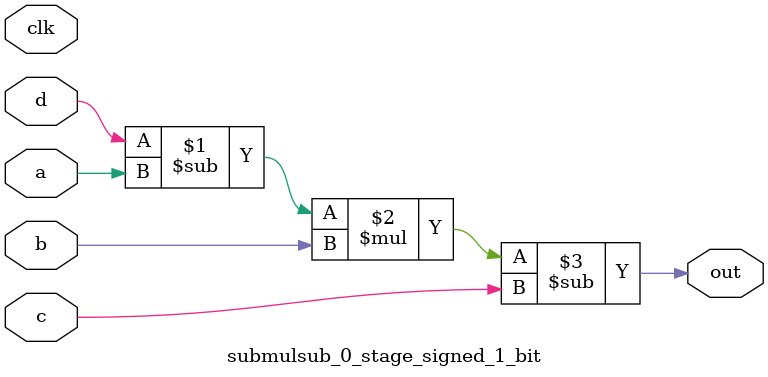
<source format=sv>
(* use_dsp = "yes" *) module submulsub_0_stage_signed_1_bit(
	input signed [0:0] a,
	input signed [0:0] b,
	input signed [0:0] c,
	input signed [0:0] d,
	output [0:0] out,
	input clk);

	assign out = ((d - a) * b) - c;
endmodule

</source>
